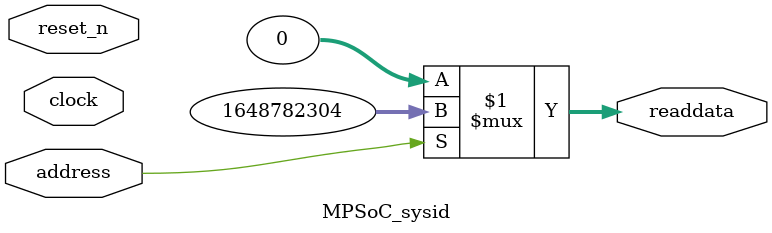
<source format=v>

`timescale 1ns / 1ps
// synthesis translate_on

// turn off superfluous verilog processor warnings 
// altera message_level Level1 
// altera message_off 10034 10035 10036 10037 10230 10240 10030 

module MPSoC_sysid (
               // inputs:
                address,
                clock,
                reset_n,

               // outputs:
                readdata
             )
;

  output  [ 31: 0] readdata;
  input            address;
  input            clock;
  input            reset_n;

  wire    [ 31: 0] readdata;
  //control_slave, which is an e_avalon_slave
  assign readdata = address ? 1648782304 : 0;

endmodule




</source>
